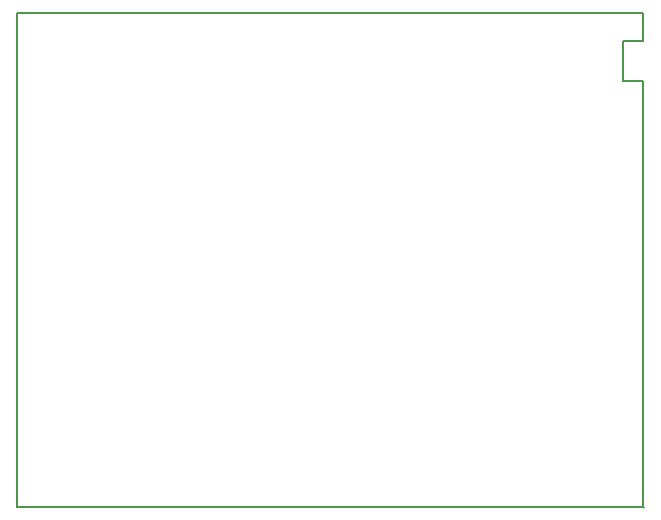
<source format=gbr>
G04 #@! TF.FileFunction,Profile,NP*
%FSLAX46Y46*%
G04 Gerber Fmt 4.6, Leading zero omitted, Abs format (unit mm)*
G04 Created by KiCad (PCBNEW 4.0.5) date 2018 May 06, Sunday 20:54:56*
%MOMM*%
%LPD*%
G01*
G04 APERTURE LIST*
%ADD10C,0.100000*%
%ADD11C,0.150000*%
G04 APERTURE END LIST*
D10*
D11*
X135940000Y-92720000D02*
X135940000Y-128750000D01*
X134220000Y-92720000D02*
X135940000Y-92720000D01*
X134220000Y-89320000D02*
X134220000Y-92720000D01*
X135930000Y-89320000D02*
X134220000Y-89320000D01*
X135930000Y-86980000D02*
X135930000Y-89320000D01*
X82870000Y-86980000D02*
X135930000Y-86980000D01*
X82870000Y-128750000D02*
X82870000Y-86980000D01*
X136010000Y-128750000D02*
X82980000Y-128750000D01*
M02*

</source>
